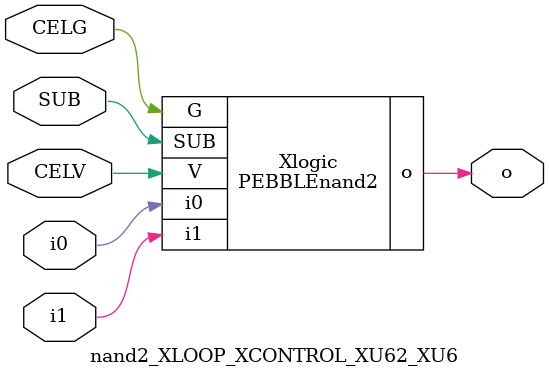
<source format=v>



module PEBBLEnand2 ( o, G, SUB, V, i0, i1 );

  input i0;
  input V;
  input i1;
  input G;
  output o;
  input SUB;
endmodule

//Celera Confidential Do Not Copy nand2_XLOOP_XCONTROL_XU62_XU6
//Celera Confidential Symbol Generator
//5V NAND2
module nand2_XLOOP_XCONTROL_XU62_XU6 (CELV,CELG,i0,i1,o,SUB);
input CELV;
input CELG;
input i0;
input i1;
input SUB;
output o;

//Celera Confidential Do Not Copy nand2
PEBBLEnand2 Xlogic(
.V (CELV),
.i0 (i0),
.i1 (i1),
.o (o),
.SUB (SUB),
.G (CELG)
);
//,diesize,PEBBLEnand2

//Celera Confidential Do Not Copy Module End
//Celera Schematic Generator
endmodule

</source>
